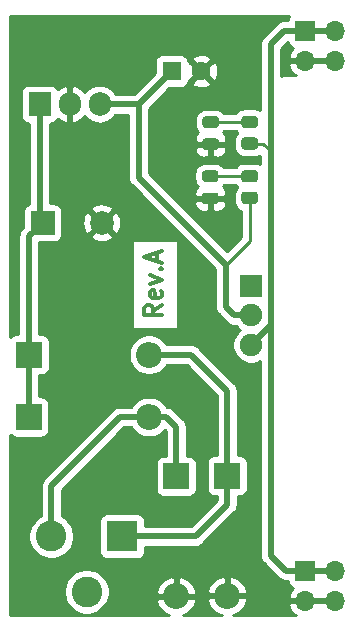
<source format=gtl>
%TF.GenerationSoftware,KiCad,Pcbnew,(5.1.10-1-10_14)*%
%TF.CreationDate,2021-10-22T00:21:01+02:00*%
%TF.ProjectId,breadboard-psu,62726561-6462-46f6-9172-642d7073752e,a*%
%TF.SameCoordinates,Original*%
%TF.FileFunction,Copper,L1,Top*%
%TF.FilePolarity,Positive*%
%FSLAX46Y46*%
G04 Gerber Fmt 4.6, Leading zero omitted, Abs format (unit mm)*
G04 Created by KiCad (PCBNEW (5.1.10-1-10_14)) date 2021-10-22 00:21:01*
%MOMM*%
%LPD*%
G01*
G04 APERTURE LIST*
%TA.AperFunction,NonConductor*%
%ADD10C,0.300000*%
%TD*%
%TA.AperFunction,ComponentPad*%
%ADD11C,1.900000*%
%TD*%
%TA.AperFunction,ComponentPad*%
%ADD12R,1.900000X1.900000*%
%TD*%
%TA.AperFunction,ComponentPad*%
%ADD13R,2.000000X2.000000*%
%TD*%
%TA.AperFunction,ComponentPad*%
%ADD14C,2.000000*%
%TD*%
%TA.AperFunction,ComponentPad*%
%ADD15R,1.600000X1.600000*%
%TD*%
%TA.AperFunction,ComponentPad*%
%ADD16C,1.600000*%
%TD*%
%TA.AperFunction,ComponentPad*%
%ADD17R,2.200000X2.200000*%
%TD*%
%TA.AperFunction,ComponentPad*%
%ADD18O,2.200000X2.200000*%
%TD*%
%TA.AperFunction,ComponentPad*%
%ADD19R,2.600000X2.600000*%
%TD*%
%TA.AperFunction,ComponentPad*%
%ADD20C,2.600000*%
%TD*%
%TA.AperFunction,ComponentPad*%
%ADD21R,1.700000X1.700000*%
%TD*%
%TA.AperFunction,ComponentPad*%
%ADD22O,1.700000X1.700000*%
%TD*%
%TA.AperFunction,ComponentPad*%
%ADD23R,1.905000X2.000000*%
%TD*%
%TA.AperFunction,ComponentPad*%
%ADD24O,1.905000X2.000000*%
%TD*%
%TA.AperFunction,Conductor*%
%ADD25C,0.500000*%
%TD*%
%TA.AperFunction,Conductor*%
%ADD26C,0.300000*%
%TD*%
%TA.AperFunction,Conductor*%
%ADD27C,0.250000*%
%TD*%
%TA.AperFunction,Conductor*%
%ADD28C,0.254000*%
%TD*%
%TA.AperFunction,Conductor*%
%ADD29C,0.100000*%
%TD*%
G04 APERTURE END LIST*
D10*
X102405571Y-88618000D02*
X101691285Y-89118000D01*
X102405571Y-89475142D02*
X100905571Y-89475142D01*
X100905571Y-88903714D01*
X100977000Y-88760857D01*
X101048428Y-88689428D01*
X101191285Y-88618000D01*
X101405571Y-88618000D01*
X101548428Y-88689428D01*
X101619857Y-88760857D01*
X101691285Y-88903714D01*
X101691285Y-89475142D01*
X102334142Y-87403714D02*
X102405571Y-87546571D01*
X102405571Y-87832285D01*
X102334142Y-87975142D01*
X102191285Y-88046571D01*
X101619857Y-88046571D01*
X101477000Y-87975142D01*
X101405571Y-87832285D01*
X101405571Y-87546571D01*
X101477000Y-87403714D01*
X101619857Y-87332285D01*
X101762714Y-87332285D01*
X101905571Y-88046571D01*
X101405571Y-86832285D02*
X102405571Y-86475142D01*
X101405571Y-86118000D01*
X102262714Y-85546571D02*
X102334142Y-85475142D01*
X102405571Y-85546571D01*
X102334142Y-85618000D01*
X102262714Y-85546571D01*
X102405571Y-85546571D01*
X101977000Y-84903714D02*
X101977000Y-84189428D01*
X102405571Y-85046571D02*
X100905571Y-84546571D01*
X102405571Y-84046571D01*
D11*
%TO.P,SW1,3*%
%TO.N,/VCC*%
X109982000Y-91995000D03*
%TO.P,SW1,2*%
%TO.N,/VOUT*%
X109982000Y-89495000D03*
D12*
%TO.P,SW1,1*%
%TO.N,Net-(SW1-Pad1)*%
X109982000Y-86995000D03*
%TD*%
D13*
%TO.P,C1,1*%
%TO.N,/VIN*%
X92329000Y-81661000D03*
D14*
%TO.P,C1,2*%
%TO.N,/GND*%
X97329000Y-81661000D03*
%TD*%
D15*
%TO.P,C2,1*%
%TO.N,/VOUT*%
X103251000Y-68834000D03*
D16*
%TO.P,C2,2*%
%TO.N,/GND*%
X105751000Y-68834000D03*
%TD*%
D17*
%TO.P,D1,1*%
%TO.N,/VIN*%
X91186000Y-92837000D03*
D18*
%TO.P,D1,2*%
%TO.N,/IN+*%
X101346000Y-92837000D03*
%TD*%
D17*
%TO.P,D2,1*%
%TO.N,/IN+*%
X107950000Y-103079001D03*
D18*
%TO.P,D2,2*%
%TO.N,/GND*%
X107950000Y-113239001D03*
%TD*%
%TO.P,D3,2*%
%TO.N,/IN-*%
X101324001Y-98109001D03*
D17*
%TO.P,D3,1*%
%TO.N,/VIN*%
X91164001Y-98109001D03*
%TD*%
D18*
%TO.P,D4,2*%
%TO.N,/GND*%
X103632000Y-113284000D03*
D17*
%TO.P,D4,1*%
%TO.N,/IN-*%
X103632000Y-103124000D03*
%TD*%
%TO.P,D5,1*%
%TO.N,/GND*%
%TA.AperFunction,SMDPad,CuDef*%
G36*
G01*
X106974251Y-80082999D02*
X106061751Y-80082999D01*
G75*
G02*
X105818001Y-79839249I0J243750D01*
G01*
X105818001Y-79351749D01*
G75*
G02*
X106061751Y-79107999I243750J0D01*
G01*
X106974251Y-79107999D01*
G75*
G02*
X107218001Y-79351749I0J-243750D01*
G01*
X107218001Y-79839249D01*
G75*
G02*
X106974251Y-80082999I-243750J0D01*
G01*
G37*
%TD.AperFunction*%
%TO.P,D5,2*%
%TO.N,Net-(D5-Pad2)*%
%TA.AperFunction,SMDPad,CuDef*%
G36*
G01*
X106974251Y-78207999D02*
X106061751Y-78207999D01*
G75*
G02*
X105818001Y-77964249I0J243750D01*
G01*
X105818001Y-77476749D01*
G75*
G02*
X106061751Y-77232999I243750J0D01*
G01*
X106974251Y-77232999D01*
G75*
G02*
X107218001Y-77476749I0J-243750D01*
G01*
X107218001Y-77964249D01*
G75*
G02*
X106974251Y-78207999I-243750J0D01*
G01*
G37*
%TD.AperFunction*%
%TD*%
%TO.P,D6,2*%
%TO.N,Net-(D6-Pad2)*%
%TA.AperFunction,SMDPad,CuDef*%
G36*
G01*
X107013251Y-73625999D02*
X106100751Y-73625999D01*
G75*
G02*
X105857001Y-73382249I0J243750D01*
G01*
X105857001Y-72894749D01*
G75*
G02*
X106100751Y-72650999I243750J0D01*
G01*
X107013251Y-72650999D01*
G75*
G02*
X107257001Y-72894749I0J-243750D01*
G01*
X107257001Y-73382249D01*
G75*
G02*
X107013251Y-73625999I-243750J0D01*
G01*
G37*
%TD.AperFunction*%
%TO.P,D6,1*%
%TO.N,/GND*%
%TA.AperFunction,SMDPad,CuDef*%
G36*
G01*
X107013251Y-75500999D02*
X106100751Y-75500999D01*
G75*
G02*
X105857001Y-75257249I0J243750D01*
G01*
X105857001Y-74769749D01*
G75*
G02*
X106100751Y-74525999I243750J0D01*
G01*
X107013251Y-74525999D01*
G75*
G02*
X107257001Y-74769749I0J-243750D01*
G01*
X107257001Y-75257249D01*
G75*
G02*
X107013251Y-75500999I-243750J0D01*
G01*
G37*
%TD.AperFunction*%
%TD*%
D19*
%TO.P,J1,1*%
%TO.N,/IN+*%
X99060000Y-108204000D03*
D20*
%TO.P,J1,2*%
%TO.N,/IN-*%
X93060000Y-108204000D03*
%TO.P,J1,3*%
%TO.N,Net-(J1-Pad3)*%
X96060000Y-112904000D03*
%TD*%
D21*
%TO.P,J2,1*%
%TO.N,/VCC*%
X114554000Y-111125000D03*
D22*
%TO.P,J2,2*%
X117094000Y-111125000D03*
%TO.P,J2,3*%
%TO.N,/GND*%
X114554000Y-113665000D03*
%TO.P,J2,4*%
X117094000Y-113665000D03*
%TD*%
%TO.P,J3,4*%
%TO.N,/GND*%
X117094000Y-67945000D03*
%TO.P,J3,3*%
X114554000Y-67945000D03*
%TO.P,J3,2*%
%TO.N,/VCC*%
X117094000Y-65405000D03*
D21*
%TO.P,J3,1*%
X114554000Y-65405000D03*
%TD*%
%TO.P,R1,1*%
%TO.N,/VOUT*%
%TA.AperFunction,SMDPad,CuDef*%
G36*
G01*
X110305001Y-80061500D02*
X109404999Y-80061500D01*
G75*
G02*
X109155000Y-79811501I0J249999D01*
G01*
X109155000Y-79286499D01*
G75*
G02*
X109404999Y-79036500I249999J0D01*
G01*
X110305001Y-79036500D01*
G75*
G02*
X110555000Y-79286499I0J-249999D01*
G01*
X110555000Y-79811501D01*
G75*
G02*
X110305001Y-80061500I-249999J0D01*
G01*
G37*
%TD.AperFunction*%
%TO.P,R1,2*%
%TO.N,Net-(D5-Pad2)*%
%TA.AperFunction,SMDPad,CuDef*%
G36*
G01*
X110305001Y-78236500D02*
X109404999Y-78236500D01*
G75*
G02*
X109155000Y-77986501I0J249999D01*
G01*
X109155000Y-77461499D01*
G75*
G02*
X109404999Y-77211500I249999J0D01*
G01*
X110305001Y-77211500D01*
G75*
G02*
X110555000Y-77461499I0J-249999D01*
G01*
X110555000Y-77986501D01*
G75*
G02*
X110305001Y-78236500I-249999J0D01*
G01*
G37*
%TD.AperFunction*%
%TD*%
%TO.P,R2,2*%
%TO.N,Net-(D6-Pad2)*%
%TA.AperFunction,SMDPad,CuDef*%
G36*
G01*
X110305001Y-73641000D02*
X109404999Y-73641000D01*
G75*
G02*
X109155000Y-73391001I0J249999D01*
G01*
X109155000Y-72865999D01*
G75*
G02*
X109404999Y-72616000I249999J0D01*
G01*
X110305001Y-72616000D01*
G75*
G02*
X110555000Y-72865999I0J-249999D01*
G01*
X110555000Y-73391001D01*
G75*
G02*
X110305001Y-73641000I-249999J0D01*
G01*
G37*
%TD.AperFunction*%
%TO.P,R2,1*%
%TO.N,/VCC*%
%TA.AperFunction,SMDPad,CuDef*%
G36*
G01*
X110305001Y-75466000D02*
X109404999Y-75466000D01*
G75*
G02*
X109155000Y-75216001I0J249999D01*
G01*
X109155000Y-74690999D01*
G75*
G02*
X109404999Y-74441000I249999J0D01*
G01*
X110305001Y-74441000D01*
G75*
G02*
X110555000Y-74690999I0J-249999D01*
G01*
X110555000Y-75216001D01*
G75*
G02*
X110305001Y-75466000I-249999J0D01*
G01*
G37*
%TD.AperFunction*%
%TD*%
D23*
%TO.P,U1,1*%
%TO.N,/VIN*%
X92075000Y-71628000D03*
D24*
%TO.P,U1,2*%
%TO.N,/GND*%
X94615000Y-71628000D03*
%TO.P,U1,3*%
%TO.N,/VOUT*%
X97155000Y-71628000D03*
%TD*%
D25*
%TO.N,/VIN*%
X91164001Y-82825999D02*
X92329000Y-81661000D01*
X91164001Y-98109001D02*
X91164001Y-82825999D01*
D26*
X92075000Y-81407000D02*
X92329000Y-81661000D01*
D25*
X92075000Y-71628000D02*
X92075000Y-81407000D01*
%TO.N,/VOUT*%
X107823000Y-85217000D02*
X107823000Y-88773000D01*
D27*
X109855000Y-83185000D02*
X107823000Y-85217000D01*
D25*
X108545000Y-89495000D02*
X109982000Y-89495000D01*
X107823000Y-88773000D02*
X108545000Y-89495000D01*
D27*
X109855000Y-79549000D02*
X109855000Y-83185000D01*
D25*
X100457000Y-71628000D02*
X103251000Y-68834000D01*
X97155000Y-71628000D02*
X100457000Y-71628000D01*
X100457000Y-77851000D02*
X107823000Y-85217000D01*
X100457000Y-71628000D02*
X100457000Y-77851000D01*
%TO.N,/IN+*%
X101346000Y-92837000D02*
X104902000Y-92837000D01*
X104648000Y-108204000D02*
X105283000Y-108204000D01*
X104648000Y-108204000D02*
X99060000Y-108204000D01*
X107950000Y-105537000D02*
X107950000Y-103079001D01*
X105283000Y-108204000D02*
X107950000Y-105537000D01*
X107950000Y-95885000D02*
X107124500Y-95059500D01*
X107950000Y-103079001D02*
X107950000Y-95885000D01*
X104902000Y-92837000D02*
X107124500Y-95059500D01*
%TO.N,/IN-*%
X93060000Y-108204000D02*
X93060000Y-103917000D01*
X98867999Y-98109001D02*
X101324001Y-98109001D01*
X93060000Y-103917000D02*
X98867999Y-98109001D01*
X101324001Y-98109001D02*
X102808001Y-98109001D01*
X103632000Y-98933000D02*
X103632000Y-103124000D01*
X102808001Y-98109001D02*
X103632000Y-98933000D01*
D27*
%TO.N,Net-(D5-Pad2)*%
X109851499Y-77720499D02*
X109855000Y-77724000D01*
X106518001Y-77720499D02*
X109851499Y-77720499D01*
%TO.N,Net-(D6-Pad2)*%
X109845001Y-73138499D02*
X109855000Y-73128500D01*
X106557001Y-73138499D02*
X109845001Y-73138499D01*
D25*
%TO.N,/VCC*%
X109982000Y-91995000D02*
X111633000Y-90344000D01*
X111633000Y-90344000D02*
X111633000Y-75565000D01*
D27*
X111021500Y-74953500D02*
X109855000Y-74953500D01*
X111633000Y-75565000D02*
X111021500Y-74953500D01*
D25*
X111633000Y-75565000D02*
X111633000Y-66548000D01*
X112776000Y-65405000D02*
X117094000Y-65405000D01*
X111633000Y-66548000D02*
X112776000Y-65405000D01*
X111633000Y-90344000D02*
X111633000Y-109855000D01*
X112903000Y-111125000D02*
X117094000Y-111125000D01*
X111633000Y-109855000D02*
X112903000Y-111125000D01*
%TD*%
D28*
%TO.N,/GND*%
X113173463Y-64200506D02*
X113114498Y-64310820D01*
X113078188Y-64430518D01*
X113069375Y-64520000D01*
X112819465Y-64520000D01*
X112775999Y-64515719D01*
X112732533Y-64520000D01*
X112732523Y-64520000D01*
X112602510Y-64532805D01*
X112435687Y-64583411D01*
X112281941Y-64665589D01*
X112281939Y-64665590D01*
X112281940Y-64665590D01*
X112180953Y-64748468D01*
X112180951Y-64748470D01*
X112147183Y-64776183D01*
X112119470Y-64809951D01*
X111037951Y-65891471D01*
X111004184Y-65919183D01*
X110976471Y-65952951D01*
X110976468Y-65952954D01*
X110893590Y-66053941D01*
X110811412Y-66207687D01*
X110760805Y-66374510D01*
X110743719Y-66548000D01*
X110748001Y-66591479D01*
X110748000Y-72100663D01*
X110644851Y-72045528D01*
X110478255Y-71994992D01*
X110305001Y-71977928D01*
X109404999Y-71977928D01*
X109231745Y-71994992D01*
X109065149Y-72045528D01*
X108911613Y-72127595D01*
X108777038Y-72238038D01*
X108666595Y-72372613D01*
X108663449Y-72378499D01*
X107724846Y-72378499D01*
X107636793Y-72271207D01*
X107503165Y-72161541D01*
X107350710Y-72080052D01*
X107185286Y-72029871D01*
X107013251Y-72012927D01*
X106100751Y-72012927D01*
X105928716Y-72029871D01*
X105763292Y-72080052D01*
X105610837Y-72161541D01*
X105477209Y-72271207D01*
X105367543Y-72404835D01*
X105286054Y-72557290D01*
X105235873Y-72722714D01*
X105218929Y-72894749D01*
X105218929Y-73382249D01*
X105235873Y-73554284D01*
X105286054Y-73719708D01*
X105367543Y-73872163D01*
X105477209Y-74005791D01*
X105483565Y-74011007D01*
X105405816Y-74074814D01*
X105326464Y-74171505D01*
X105267499Y-74281819D01*
X105231189Y-74401517D01*
X105218929Y-74525999D01*
X105222001Y-74727749D01*
X105380751Y-74886499D01*
X106430001Y-74886499D01*
X106430001Y-74866499D01*
X106684001Y-74866499D01*
X106684001Y-74886499D01*
X107733251Y-74886499D01*
X107892001Y-74727749D01*
X107895073Y-74525999D01*
X107882813Y-74401517D01*
X107846503Y-74281819D01*
X107787538Y-74171505D01*
X107708186Y-74074814D01*
X107630437Y-74011007D01*
X107636793Y-74005791D01*
X107724846Y-73898499D01*
X108678176Y-73898499D01*
X108777038Y-74018962D01*
X108803891Y-74041000D01*
X108777038Y-74063038D01*
X108666595Y-74197613D01*
X108584528Y-74351149D01*
X108533992Y-74517745D01*
X108516928Y-74690999D01*
X108516928Y-75216001D01*
X108533992Y-75389255D01*
X108584528Y-75555851D01*
X108666595Y-75709387D01*
X108777038Y-75843962D01*
X108911613Y-75954405D01*
X109065149Y-76036472D01*
X109231745Y-76087008D01*
X109404999Y-76104072D01*
X110305001Y-76104072D01*
X110478255Y-76087008D01*
X110644851Y-76036472D01*
X110748001Y-75981337D01*
X110748001Y-76696163D01*
X110644851Y-76641028D01*
X110478255Y-76590492D01*
X110305001Y-76573428D01*
X109404999Y-76573428D01*
X109231745Y-76590492D01*
X109065149Y-76641028D01*
X108911613Y-76723095D01*
X108777038Y-76833538D01*
X108672844Y-76960499D01*
X107685846Y-76960499D01*
X107597793Y-76853207D01*
X107464165Y-76743541D01*
X107311710Y-76662052D01*
X107146286Y-76611871D01*
X106974251Y-76594927D01*
X106061751Y-76594927D01*
X105889716Y-76611871D01*
X105724292Y-76662052D01*
X105571837Y-76743541D01*
X105438209Y-76853207D01*
X105328543Y-76986835D01*
X105247054Y-77139290D01*
X105196873Y-77304714D01*
X105179929Y-77476749D01*
X105179929Y-77964249D01*
X105196873Y-78136284D01*
X105247054Y-78301708D01*
X105328543Y-78454163D01*
X105438209Y-78587791D01*
X105444565Y-78593007D01*
X105366816Y-78656814D01*
X105287464Y-78753505D01*
X105228499Y-78863819D01*
X105192189Y-78983517D01*
X105179929Y-79107999D01*
X105183001Y-79309749D01*
X105341751Y-79468499D01*
X106391001Y-79468499D01*
X106391001Y-79448499D01*
X106645001Y-79448499D01*
X106645001Y-79468499D01*
X107694251Y-79468499D01*
X107853001Y-79309749D01*
X107856073Y-79107999D01*
X107843813Y-78983517D01*
X107807503Y-78863819D01*
X107748538Y-78753505D01*
X107669186Y-78656814D01*
X107591437Y-78593007D01*
X107597793Y-78587791D01*
X107685846Y-78480499D01*
X108667097Y-78480499D01*
X108777038Y-78614462D01*
X108803891Y-78636500D01*
X108777038Y-78658538D01*
X108666595Y-78793113D01*
X108584528Y-78946649D01*
X108533992Y-79113245D01*
X108516928Y-79286499D01*
X108516928Y-79811501D01*
X108533992Y-79984755D01*
X108584528Y-80151351D01*
X108666595Y-80304887D01*
X108777038Y-80439462D01*
X108911613Y-80549905D01*
X109065149Y-80631972D01*
X109095000Y-80641027D01*
X109095001Y-82870197D01*
X107911389Y-84053810D01*
X103940578Y-80082999D01*
X105179929Y-80082999D01*
X105192189Y-80207481D01*
X105228499Y-80327179D01*
X105287464Y-80437493D01*
X105366816Y-80534184D01*
X105463507Y-80613536D01*
X105573821Y-80672501D01*
X105693519Y-80708811D01*
X105818001Y-80721071D01*
X106232251Y-80717999D01*
X106391001Y-80559249D01*
X106391001Y-79722499D01*
X106645001Y-79722499D01*
X106645001Y-80559249D01*
X106803751Y-80717999D01*
X107218001Y-80721071D01*
X107342483Y-80708811D01*
X107462181Y-80672501D01*
X107572495Y-80613536D01*
X107669186Y-80534184D01*
X107748538Y-80437493D01*
X107807503Y-80327179D01*
X107843813Y-80207481D01*
X107856073Y-80082999D01*
X107853001Y-79881249D01*
X107694251Y-79722499D01*
X106645001Y-79722499D01*
X106391001Y-79722499D01*
X105341751Y-79722499D01*
X105183001Y-79881249D01*
X105179929Y-80082999D01*
X103940578Y-80082999D01*
X101342000Y-77484422D01*
X101342000Y-75500999D01*
X105218929Y-75500999D01*
X105231189Y-75625481D01*
X105267499Y-75745179D01*
X105326464Y-75855493D01*
X105405816Y-75952184D01*
X105502507Y-76031536D01*
X105612821Y-76090501D01*
X105732519Y-76126811D01*
X105857001Y-76139071D01*
X106271251Y-76135999D01*
X106430001Y-75977249D01*
X106430001Y-75140499D01*
X106684001Y-75140499D01*
X106684001Y-75977249D01*
X106842751Y-76135999D01*
X107257001Y-76139071D01*
X107381483Y-76126811D01*
X107501181Y-76090501D01*
X107611495Y-76031536D01*
X107708186Y-75952184D01*
X107787538Y-75855493D01*
X107846503Y-75745179D01*
X107882813Y-75625481D01*
X107895073Y-75500999D01*
X107892001Y-75299249D01*
X107733251Y-75140499D01*
X106684001Y-75140499D01*
X106430001Y-75140499D01*
X105380751Y-75140499D01*
X105222001Y-75299249D01*
X105218929Y-75500999D01*
X101342000Y-75500999D01*
X101342000Y-71994578D01*
X103064507Y-70272072D01*
X104051000Y-70272072D01*
X104175482Y-70259812D01*
X104295180Y-70223502D01*
X104405494Y-70164537D01*
X104502185Y-70085185D01*
X104581537Y-69988494D01*
X104640502Y-69878180D01*
X104656117Y-69826702D01*
X104937903Y-69826702D01*
X105009486Y-70070671D01*
X105264996Y-70191571D01*
X105539184Y-70260300D01*
X105821512Y-70274217D01*
X106101130Y-70232787D01*
X106367292Y-70137603D01*
X106492514Y-70070671D01*
X106564097Y-69826702D01*
X105751000Y-69013605D01*
X104937903Y-69826702D01*
X104656117Y-69826702D01*
X104676812Y-69758482D01*
X104689072Y-69634000D01*
X104689072Y-69626785D01*
X104758298Y-69647097D01*
X105571395Y-68834000D01*
X105930605Y-68834000D01*
X106743702Y-69647097D01*
X106987671Y-69575514D01*
X107108571Y-69320004D01*
X107177300Y-69045816D01*
X107191217Y-68763488D01*
X107149787Y-68483870D01*
X107054603Y-68217708D01*
X106987671Y-68092486D01*
X106743702Y-68020903D01*
X105930605Y-68834000D01*
X105571395Y-68834000D01*
X104758298Y-68020903D01*
X104689072Y-68041215D01*
X104689072Y-68034000D01*
X104676812Y-67909518D01*
X104656118Y-67841298D01*
X104937903Y-67841298D01*
X105751000Y-68654395D01*
X106564097Y-67841298D01*
X106492514Y-67597329D01*
X106237004Y-67476429D01*
X105962816Y-67407700D01*
X105680488Y-67393783D01*
X105400870Y-67435213D01*
X105134708Y-67530397D01*
X105009486Y-67597329D01*
X104937903Y-67841298D01*
X104656118Y-67841298D01*
X104640502Y-67789820D01*
X104581537Y-67679506D01*
X104502185Y-67582815D01*
X104405494Y-67503463D01*
X104295180Y-67444498D01*
X104175482Y-67408188D01*
X104051000Y-67395928D01*
X102451000Y-67395928D01*
X102326518Y-67408188D01*
X102206820Y-67444498D01*
X102096506Y-67503463D01*
X101999815Y-67582815D01*
X101920463Y-67679506D01*
X101861498Y-67789820D01*
X101825188Y-67909518D01*
X101812928Y-68034000D01*
X101812928Y-69020493D01*
X100090422Y-70743000D01*
X98507394Y-70743000D01*
X98481345Y-70694265D01*
X98282963Y-70452537D01*
X98041234Y-70254155D01*
X97765448Y-70106745D01*
X97466203Y-70015970D01*
X97155000Y-69985319D01*
X96843796Y-70015970D01*
X96544551Y-70106745D01*
X96268765Y-70254155D01*
X96027037Y-70452537D01*
X95879838Y-70631900D01*
X95724437Y-70446685D01*
X95481923Y-70252031D01*
X95206094Y-70108429D01*
X94987980Y-70037437D01*
X94742000Y-70157406D01*
X94742000Y-71501000D01*
X94762000Y-71501000D01*
X94762000Y-71755000D01*
X94742000Y-71755000D01*
X94742000Y-73098594D01*
X94987980Y-73218563D01*
X95206094Y-73147571D01*
X95481923Y-73003969D01*
X95724437Y-72809315D01*
X95879837Y-72624101D01*
X96027037Y-72803463D01*
X96268766Y-73001845D01*
X96544552Y-73149255D01*
X96843797Y-73240030D01*
X97155000Y-73270681D01*
X97466204Y-73240030D01*
X97765449Y-73149255D01*
X98041235Y-73001845D01*
X98282963Y-72803463D01*
X98481345Y-72561734D01*
X98507394Y-72513000D01*
X99572000Y-72513000D01*
X99572001Y-77807521D01*
X99567719Y-77851000D01*
X99584805Y-78024490D01*
X99635412Y-78191313D01*
X99717590Y-78345059D01*
X99800468Y-78446046D01*
X99800471Y-78446049D01*
X99828184Y-78479817D01*
X99861952Y-78507530D01*
X106938000Y-85583579D01*
X106938001Y-88729521D01*
X106933719Y-88773000D01*
X106950805Y-88946490D01*
X107001412Y-89113313D01*
X107083590Y-89267059D01*
X107166468Y-89368046D01*
X107166471Y-89368049D01*
X107194184Y-89401817D01*
X107227951Y-89429529D01*
X107888470Y-90090049D01*
X107916183Y-90123817D01*
X107949951Y-90151530D01*
X107949953Y-90151532D01*
X107973078Y-90170510D01*
X108050941Y-90234411D01*
X108204687Y-90316589D01*
X108371510Y-90367195D01*
X108501523Y-90380000D01*
X108501533Y-90380000D01*
X108544999Y-90384281D01*
X108588465Y-90380000D01*
X108667075Y-90380000D01*
X108750850Y-90505379D01*
X108971621Y-90726150D01*
X108999832Y-90745000D01*
X108971621Y-90763850D01*
X108750850Y-90984621D01*
X108577391Y-91244221D01*
X108457911Y-91532673D01*
X108397000Y-91838891D01*
X108397000Y-92151109D01*
X108457911Y-92457327D01*
X108577391Y-92745779D01*
X108750850Y-93005379D01*
X108971621Y-93226150D01*
X109231221Y-93399609D01*
X109519673Y-93519089D01*
X109825891Y-93580000D01*
X110138109Y-93580000D01*
X110444327Y-93519089D01*
X110732779Y-93399609D01*
X110748000Y-93389439D01*
X110748001Y-109811521D01*
X110743719Y-109855000D01*
X110760805Y-110028490D01*
X110811412Y-110195313D01*
X110893590Y-110349059D01*
X110976468Y-110450046D01*
X110976471Y-110450049D01*
X111004184Y-110483817D01*
X111037951Y-110511529D01*
X112246470Y-111720049D01*
X112274183Y-111753817D01*
X112307951Y-111781530D01*
X112307953Y-111781532D01*
X112365075Y-111828411D01*
X112408941Y-111864411D01*
X112562687Y-111946589D01*
X112729510Y-111997195D01*
X112859523Y-112010000D01*
X112859533Y-112010000D01*
X112902999Y-112014281D01*
X112946465Y-112010000D01*
X113069375Y-112010000D01*
X113078188Y-112099482D01*
X113114498Y-112219180D01*
X113173463Y-112329494D01*
X113252815Y-112426185D01*
X113349506Y-112505537D01*
X113459820Y-112564502D01*
X113540466Y-112588966D01*
X113456412Y-112664731D01*
X113282359Y-112898080D01*
X113157175Y-113160901D01*
X113112524Y-113308110D01*
X113233845Y-113538000D01*
X114427000Y-113538000D01*
X114427000Y-113518000D01*
X114681000Y-113518000D01*
X114681000Y-113538000D01*
X116967000Y-113538000D01*
X116967000Y-113518000D01*
X117221000Y-113518000D01*
X117221000Y-113538000D01*
X117241000Y-113538000D01*
X117241000Y-113792000D01*
X117221000Y-113792000D01*
X117221000Y-113812000D01*
X116967000Y-113812000D01*
X116967000Y-113792000D01*
X114681000Y-113792000D01*
X114681000Y-113812000D01*
X114427000Y-113812000D01*
X114427000Y-113792000D01*
X113233845Y-113792000D01*
X113112524Y-114021890D01*
X113157175Y-114169099D01*
X113282359Y-114431920D01*
X113456412Y-114665269D01*
X113672645Y-114860178D01*
X113756285Y-114910000D01*
X108406044Y-114910000D01*
X108559094Y-114863576D01*
X108864329Y-114713532D01*
X109134427Y-114506823D01*
X109359008Y-114251392D01*
X109529442Y-113957055D01*
X109639179Y-113635124D01*
X109521600Y-113366001D01*
X108077000Y-113366001D01*
X108077000Y-113386001D01*
X107823000Y-113386001D01*
X107823000Y-113366001D01*
X106378400Y-113366001D01*
X106260821Y-113635124D01*
X106370558Y-113957055D01*
X106540992Y-114251392D01*
X106765573Y-114506823D01*
X107035671Y-114713532D01*
X107340906Y-114863576D01*
X107493956Y-114910000D01*
X104236396Y-114910000D01*
X104241094Y-114908575D01*
X104546329Y-114758531D01*
X104816427Y-114551822D01*
X105041008Y-114296391D01*
X105211442Y-114002054D01*
X105321179Y-113680123D01*
X105203600Y-113411000D01*
X103759000Y-113411000D01*
X103759000Y-113431000D01*
X103505000Y-113431000D01*
X103505000Y-113411000D01*
X102060400Y-113411000D01*
X101942821Y-113680123D01*
X102052558Y-114002054D01*
X102222992Y-114296391D01*
X102447573Y-114551822D01*
X102717671Y-114758531D01*
X103022906Y-114908575D01*
X103027604Y-114910000D01*
X89560000Y-114910000D01*
X89560000Y-112713419D01*
X94125000Y-112713419D01*
X94125000Y-113094581D01*
X94199361Y-113468419D01*
X94345225Y-113820566D01*
X94556987Y-114137491D01*
X94826509Y-114407013D01*
X95143434Y-114618775D01*
X95495581Y-114764639D01*
X95869419Y-114839000D01*
X96250581Y-114839000D01*
X96624419Y-114764639D01*
X96976566Y-114618775D01*
X97293491Y-114407013D01*
X97563013Y-114137491D01*
X97774775Y-113820566D01*
X97920639Y-113468419D01*
X97995000Y-113094581D01*
X97995000Y-112887877D01*
X101942821Y-112887877D01*
X102060400Y-113157000D01*
X103505000Y-113157000D01*
X103505000Y-111712875D01*
X103759000Y-111712875D01*
X103759000Y-113157000D01*
X105203600Y-113157000D01*
X105321179Y-112887877D01*
X105305841Y-112842878D01*
X106260821Y-112842878D01*
X106378400Y-113112001D01*
X107823000Y-113112001D01*
X107823000Y-111667876D01*
X108077000Y-111667876D01*
X108077000Y-113112001D01*
X109521600Y-113112001D01*
X109639179Y-112842878D01*
X109529442Y-112520947D01*
X109359008Y-112226610D01*
X109134427Y-111971179D01*
X108864329Y-111764470D01*
X108559094Y-111614426D01*
X108346122Y-111549826D01*
X108077000Y-111667876D01*
X107823000Y-111667876D01*
X107553878Y-111549826D01*
X107340906Y-111614426D01*
X107035671Y-111764470D01*
X106765573Y-111971179D01*
X106540992Y-112226610D01*
X106370558Y-112520947D01*
X106260821Y-112842878D01*
X105305841Y-112842878D01*
X105211442Y-112565946D01*
X105041008Y-112271609D01*
X104816427Y-112016178D01*
X104546329Y-111809469D01*
X104241094Y-111659425D01*
X104028122Y-111594825D01*
X103759000Y-111712875D01*
X103505000Y-111712875D01*
X103235878Y-111594825D01*
X103022906Y-111659425D01*
X102717671Y-111809469D01*
X102447573Y-112016178D01*
X102222992Y-112271609D01*
X102052558Y-112565946D01*
X101942821Y-112887877D01*
X97995000Y-112887877D01*
X97995000Y-112713419D01*
X97920639Y-112339581D01*
X97774775Y-111987434D01*
X97563013Y-111670509D01*
X97293491Y-111400987D01*
X96976566Y-111189225D01*
X96624419Y-111043361D01*
X96250581Y-110969000D01*
X95869419Y-110969000D01*
X95495581Y-111043361D01*
X95143434Y-111189225D01*
X94826509Y-111400987D01*
X94556987Y-111670509D01*
X94345225Y-111987434D01*
X94199361Y-112339581D01*
X94125000Y-112713419D01*
X89560000Y-112713419D01*
X89560000Y-108013419D01*
X91125000Y-108013419D01*
X91125000Y-108394581D01*
X91199361Y-108768419D01*
X91345225Y-109120566D01*
X91556987Y-109437491D01*
X91826509Y-109707013D01*
X92143434Y-109918775D01*
X92495581Y-110064639D01*
X92869419Y-110139000D01*
X93250581Y-110139000D01*
X93624419Y-110064639D01*
X93976566Y-109918775D01*
X94293491Y-109707013D01*
X94563013Y-109437491D01*
X94774775Y-109120566D01*
X94920639Y-108768419D01*
X94995000Y-108394581D01*
X94995000Y-108013419D01*
X94920639Y-107639581D01*
X94774775Y-107287434D01*
X94563013Y-106970509D01*
X94496504Y-106904000D01*
X97121928Y-106904000D01*
X97121928Y-109504000D01*
X97134188Y-109628482D01*
X97170498Y-109748180D01*
X97229463Y-109858494D01*
X97308815Y-109955185D01*
X97405506Y-110034537D01*
X97515820Y-110093502D01*
X97635518Y-110129812D01*
X97760000Y-110142072D01*
X100360000Y-110142072D01*
X100484482Y-110129812D01*
X100604180Y-110093502D01*
X100714494Y-110034537D01*
X100811185Y-109955185D01*
X100890537Y-109858494D01*
X100949502Y-109748180D01*
X100985812Y-109628482D01*
X100998072Y-109504000D01*
X100998072Y-109089000D01*
X105239531Y-109089000D01*
X105283000Y-109093281D01*
X105326469Y-109089000D01*
X105326477Y-109089000D01*
X105456490Y-109076195D01*
X105623313Y-109025589D01*
X105777059Y-108943411D01*
X105911817Y-108832817D01*
X105939534Y-108799044D01*
X108545050Y-106193529D01*
X108578817Y-106165817D01*
X108689411Y-106031059D01*
X108689412Y-106031058D01*
X108771589Y-105877314D01*
X108822195Y-105710490D01*
X108822195Y-105710489D01*
X108835000Y-105580477D01*
X108835000Y-105580469D01*
X108839281Y-105537000D01*
X108835000Y-105493531D01*
X108835000Y-104817073D01*
X109050000Y-104817073D01*
X109174482Y-104804813D01*
X109294180Y-104768503D01*
X109404494Y-104709538D01*
X109501185Y-104630186D01*
X109580537Y-104533495D01*
X109639502Y-104423181D01*
X109675812Y-104303483D01*
X109688072Y-104179001D01*
X109688072Y-101979001D01*
X109675812Y-101854519D01*
X109639502Y-101734821D01*
X109580537Y-101624507D01*
X109501185Y-101527816D01*
X109404494Y-101448464D01*
X109294180Y-101389499D01*
X109174482Y-101353189D01*
X109050000Y-101340929D01*
X108835000Y-101340929D01*
X108835000Y-95928465D01*
X108839281Y-95884999D01*
X108835000Y-95841533D01*
X108835000Y-95841523D01*
X108822195Y-95711510D01*
X108771589Y-95544687D01*
X108689411Y-95390941D01*
X108578817Y-95256183D01*
X108545049Y-95228470D01*
X107781036Y-94464458D01*
X107781032Y-94464453D01*
X105558534Y-92241956D01*
X105530817Y-92208183D01*
X105396059Y-92097589D01*
X105242313Y-92015411D01*
X105075490Y-91964805D01*
X104945477Y-91952000D01*
X104945469Y-91952000D01*
X104902000Y-91947719D01*
X104858531Y-91952000D01*
X102841329Y-91952000D01*
X102693663Y-91731002D01*
X102451998Y-91489337D01*
X102167831Y-91299463D01*
X101852081Y-91168675D01*
X101516883Y-91102000D01*
X101175117Y-91102000D01*
X100839919Y-91168675D01*
X100524169Y-91299463D01*
X100240002Y-91489337D01*
X99998337Y-91731002D01*
X99808463Y-92015169D01*
X99677675Y-92330919D01*
X99611000Y-92666117D01*
X99611000Y-93007883D01*
X99677675Y-93343081D01*
X99808463Y-93658831D01*
X99998337Y-93942998D01*
X100240002Y-94184663D01*
X100524169Y-94374537D01*
X100839919Y-94505325D01*
X101175117Y-94572000D01*
X101516883Y-94572000D01*
X101852081Y-94505325D01*
X102167831Y-94374537D01*
X102451998Y-94184663D01*
X102693663Y-93942998D01*
X102841329Y-93722000D01*
X104535422Y-93722000D01*
X106529453Y-95716032D01*
X106529458Y-95716036D01*
X107065001Y-96251580D01*
X107065000Y-101340929D01*
X106850000Y-101340929D01*
X106725518Y-101353189D01*
X106605820Y-101389499D01*
X106495506Y-101448464D01*
X106398815Y-101527816D01*
X106319463Y-101624507D01*
X106260498Y-101734821D01*
X106224188Y-101854519D01*
X106211928Y-101979001D01*
X106211928Y-104179001D01*
X106224188Y-104303483D01*
X106260498Y-104423181D01*
X106319463Y-104533495D01*
X106398815Y-104630186D01*
X106495506Y-104709538D01*
X106605820Y-104768503D01*
X106725518Y-104804813D01*
X106850000Y-104817073D01*
X107065000Y-104817073D01*
X107065000Y-105170421D01*
X104916422Y-107319000D01*
X100998072Y-107319000D01*
X100998072Y-106904000D01*
X100985812Y-106779518D01*
X100949502Y-106659820D01*
X100890537Y-106549506D01*
X100811185Y-106452815D01*
X100714494Y-106373463D01*
X100604180Y-106314498D01*
X100484482Y-106278188D01*
X100360000Y-106265928D01*
X97760000Y-106265928D01*
X97635518Y-106278188D01*
X97515820Y-106314498D01*
X97405506Y-106373463D01*
X97308815Y-106452815D01*
X97229463Y-106549506D01*
X97170498Y-106659820D01*
X97134188Y-106779518D01*
X97121928Y-106904000D01*
X94496504Y-106904000D01*
X94293491Y-106700987D01*
X93976566Y-106489225D01*
X93945000Y-106476150D01*
X93945000Y-104283578D01*
X99234578Y-98994001D01*
X99828672Y-98994001D01*
X99976338Y-99214999D01*
X100218003Y-99456664D01*
X100502170Y-99646538D01*
X100817920Y-99777326D01*
X101153118Y-99844001D01*
X101494884Y-99844001D01*
X101830082Y-99777326D01*
X102145832Y-99646538D01*
X102429999Y-99456664D01*
X102667042Y-99219621D01*
X102747000Y-99299579D01*
X102747001Y-101385928D01*
X102532000Y-101385928D01*
X102407518Y-101398188D01*
X102287820Y-101434498D01*
X102177506Y-101493463D01*
X102080815Y-101572815D01*
X102001463Y-101669506D01*
X101942498Y-101779820D01*
X101906188Y-101899518D01*
X101893928Y-102024000D01*
X101893928Y-104224000D01*
X101906188Y-104348482D01*
X101942498Y-104468180D01*
X102001463Y-104578494D01*
X102080815Y-104675185D01*
X102177506Y-104754537D01*
X102287820Y-104813502D01*
X102407518Y-104849812D01*
X102532000Y-104862072D01*
X104732000Y-104862072D01*
X104856482Y-104849812D01*
X104976180Y-104813502D01*
X105086494Y-104754537D01*
X105183185Y-104675185D01*
X105262537Y-104578494D01*
X105321502Y-104468180D01*
X105357812Y-104348482D01*
X105370072Y-104224000D01*
X105370072Y-102024000D01*
X105357812Y-101899518D01*
X105321502Y-101779820D01*
X105262537Y-101669506D01*
X105183185Y-101572815D01*
X105086494Y-101493463D01*
X104976180Y-101434498D01*
X104856482Y-101398188D01*
X104732000Y-101385928D01*
X104517000Y-101385928D01*
X104517000Y-98976469D01*
X104521281Y-98933000D01*
X104517000Y-98889531D01*
X104517000Y-98889523D01*
X104504195Y-98759510D01*
X104456736Y-98603060D01*
X104453589Y-98592686D01*
X104371411Y-98438941D01*
X104288532Y-98337953D01*
X104288530Y-98337951D01*
X104260817Y-98304183D01*
X104227050Y-98276471D01*
X103464535Y-97513957D01*
X103436818Y-97480184D01*
X103302060Y-97369590D01*
X103148314Y-97287412D01*
X102981491Y-97236806D01*
X102851478Y-97224001D01*
X102851470Y-97224001D01*
X102817066Y-97220613D01*
X102671664Y-97003003D01*
X102429999Y-96761338D01*
X102145832Y-96571464D01*
X101830082Y-96440676D01*
X101494884Y-96374001D01*
X101153118Y-96374001D01*
X100817920Y-96440676D01*
X100502170Y-96571464D01*
X100218003Y-96761338D01*
X99976338Y-97003003D01*
X99828672Y-97224001D01*
X98911468Y-97224001D01*
X98867999Y-97219720D01*
X98824530Y-97224001D01*
X98824522Y-97224001D01*
X98709305Y-97235349D01*
X98694508Y-97236806D01*
X98643902Y-97252158D01*
X98527686Y-97287412D01*
X98373940Y-97369590D01*
X98373938Y-97369591D01*
X98373939Y-97369591D01*
X98272952Y-97452469D01*
X98272950Y-97452471D01*
X98239182Y-97480184D01*
X98211469Y-97513952D01*
X92464952Y-103260470D01*
X92431184Y-103288183D01*
X92403471Y-103321951D01*
X92403468Y-103321954D01*
X92320590Y-103422941D01*
X92238412Y-103576687D01*
X92187805Y-103743510D01*
X92170719Y-103917000D01*
X92175001Y-103960479D01*
X92175000Y-106476150D01*
X92143434Y-106489225D01*
X91826509Y-106700987D01*
X91556987Y-106970509D01*
X91345225Y-107287434D01*
X91199361Y-107639581D01*
X91125000Y-108013419D01*
X89560000Y-108013419D01*
X89560000Y-99595829D01*
X89612816Y-99660186D01*
X89709507Y-99739538D01*
X89819821Y-99798503D01*
X89939519Y-99834813D01*
X90064001Y-99847073D01*
X92264001Y-99847073D01*
X92388483Y-99834813D01*
X92508181Y-99798503D01*
X92618495Y-99739538D01*
X92715186Y-99660186D01*
X92794538Y-99563495D01*
X92853503Y-99453181D01*
X92889813Y-99333483D01*
X92902073Y-99209001D01*
X92902073Y-97009001D01*
X92889813Y-96884519D01*
X92853503Y-96764821D01*
X92794538Y-96654507D01*
X92715186Y-96557816D01*
X92618495Y-96478464D01*
X92508181Y-96419499D01*
X92388483Y-96383189D01*
X92264001Y-96370929D01*
X92049001Y-96370929D01*
X92049001Y-94575072D01*
X92286000Y-94575072D01*
X92410482Y-94562812D01*
X92530180Y-94526502D01*
X92640494Y-94467537D01*
X92737185Y-94388185D01*
X92816537Y-94291494D01*
X92875502Y-94181180D01*
X92911812Y-94061482D01*
X92924072Y-93937000D01*
X92924072Y-91737000D01*
X92911812Y-91612518D01*
X92875502Y-91492820D01*
X92816537Y-91382506D01*
X92737185Y-91285815D01*
X92640494Y-91206463D01*
X92530180Y-91147498D01*
X92410482Y-91111188D01*
X92286000Y-91098928D01*
X92049001Y-91098928D01*
X92049001Y-83299072D01*
X93329000Y-83299072D01*
X93453482Y-83286812D01*
X93573180Y-83250502D01*
X93683494Y-83191537D01*
X93780185Y-83112185D01*
X93859537Y-83015494D01*
X93918502Y-82905180D01*
X93951496Y-82796413D01*
X96373192Y-82796413D01*
X96468956Y-83060814D01*
X96758571Y-83201704D01*
X97070108Y-83283384D01*
X97391595Y-83302718D01*
X97710675Y-83258961D01*
X98015088Y-83153795D01*
X98080720Y-83118714D01*
X99937000Y-83118714D01*
X99937000Y-90617285D01*
X103757000Y-90617285D01*
X103757000Y-83118714D01*
X99937000Y-83118714D01*
X98080720Y-83118714D01*
X98189044Y-83060814D01*
X98284808Y-82796413D01*
X97329000Y-81840605D01*
X96373192Y-82796413D01*
X93951496Y-82796413D01*
X93954812Y-82785482D01*
X93967072Y-82661000D01*
X93967072Y-81723595D01*
X95687282Y-81723595D01*
X95731039Y-82042675D01*
X95836205Y-82347088D01*
X95929186Y-82521044D01*
X96193587Y-82616808D01*
X97149395Y-81661000D01*
X97508605Y-81661000D01*
X98464413Y-82616808D01*
X98728814Y-82521044D01*
X98869704Y-82231429D01*
X98951384Y-81919892D01*
X98970718Y-81598405D01*
X98926961Y-81279325D01*
X98821795Y-80974912D01*
X98728814Y-80800956D01*
X98464413Y-80705192D01*
X97508605Y-81661000D01*
X97149395Y-81661000D01*
X96193587Y-80705192D01*
X95929186Y-80800956D01*
X95788296Y-81090571D01*
X95706616Y-81402108D01*
X95687282Y-81723595D01*
X93967072Y-81723595D01*
X93967072Y-80661000D01*
X93954812Y-80536518D01*
X93951497Y-80525587D01*
X96373192Y-80525587D01*
X97329000Y-81481395D01*
X98284808Y-80525587D01*
X98189044Y-80261186D01*
X97899429Y-80120296D01*
X97587892Y-80038616D01*
X97266405Y-80019282D01*
X96947325Y-80063039D01*
X96642912Y-80168205D01*
X96468956Y-80261186D01*
X96373192Y-80525587D01*
X93951497Y-80525587D01*
X93918502Y-80416820D01*
X93859537Y-80306506D01*
X93780185Y-80209815D01*
X93683494Y-80130463D01*
X93573180Y-80071498D01*
X93453482Y-80035188D01*
X93329000Y-80022928D01*
X92960000Y-80022928D01*
X92960000Y-73266072D01*
X93027500Y-73266072D01*
X93151982Y-73253812D01*
X93271680Y-73217502D01*
X93381994Y-73158537D01*
X93478685Y-73079185D01*
X93558037Y-72982494D01*
X93607059Y-72890781D01*
X93748077Y-73003969D01*
X94023906Y-73147571D01*
X94242020Y-73218563D01*
X94488000Y-73098594D01*
X94488000Y-71755000D01*
X94468000Y-71755000D01*
X94468000Y-71501000D01*
X94488000Y-71501000D01*
X94488000Y-70157406D01*
X94242020Y-70037437D01*
X94023906Y-70108429D01*
X93748077Y-70252031D01*
X93607059Y-70365219D01*
X93558037Y-70273506D01*
X93478685Y-70176815D01*
X93381994Y-70097463D01*
X93271680Y-70038498D01*
X93151982Y-70002188D01*
X93027500Y-69989928D01*
X91122500Y-69989928D01*
X90998018Y-70002188D01*
X90878320Y-70038498D01*
X90768006Y-70097463D01*
X90671315Y-70176815D01*
X90591963Y-70273506D01*
X90532998Y-70383820D01*
X90496688Y-70503518D01*
X90484428Y-70628000D01*
X90484428Y-72628000D01*
X90496688Y-72752482D01*
X90532998Y-72872180D01*
X90591963Y-72982494D01*
X90671315Y-73079185D01*
X90768006Y-73158537D01*
X90878320Y-73217502D01*
X90998018Y-73253812D01*
X91122500Y-73266072D01*
X91190000Y-73266072D01*
X91190001Y-80039592D01*
X91084820Y-80071498D01*
X90974506Y-80130463D01*
X90877815Y-80209815D01*
X90798463Y-80306506D01*
X90739498Y-80416820D01*
X90703188Y-80536518D01*
X90690928Y-80661000D01*
X90690928Y-82047494D01*
X90568952Y-82169470D01*
X90535185Y-82197182D01*
X90507472Y-82230950D01*
X90507469Y-82230953D01*
X90424591Y-82331940D01*
X90342413Y-82485686D01*
X90291806Y-82652509D01*
X90274720Y-82825999D01*
X90279002Y-82869478D01*
X90279001Y-91098928D01*
X90086000Y-91098928D01*
X89961518Y-91111188D01*
X89841820Y-91147498D01*
X89731506Y-91206463D01*
X89634815Y-91285815D01*
X89560000Y-91376978D01*
X89560000Y-64160000D01*
X113206705Y-64160000D01*
X113173463Y-64200506D01*
%TA.AperFunction,Conductor*%
D29*
G36*
X113173463Y-64200506D02*
G01*
X113114498Y-64310820D01*
X113078188Y-64430518D01*
X113069375Y-64520000D01*
X112819465Y-64520000D01*
X112775999Y-64515719D01*
X112732533Y-64520000D01*
X112732523Y-64520000D01*
X112602510Y-64532805D01*
X112435687Y-64583411D01*
X112281941Y-64665589D01*
X112281939Y-64665590D01*
X112281940Y-64665590D01*
X112180953Y-64748468D01*
X112180951Y-64748470D01*
X112147183Y-64776183D01*
X112119470Y-64809951D01*
X111037951Y-65891471D01*
X111004184Y-65919183D01*
X110976471Y-65952951D01*
X110976468Y-65952954D01*
X110893590Y-66053941D01*
X110811412Y-66207687D01*
X110760805Y-66374510D01*
X110743719Y-66548000D01*
X110748001Y-66591479D01*
X110748000Y-72100663D01*
X110644851Y-72045528D01*
X110478255Y-71994992D01*
X110305001Y-71977928D01*
X109404999Y-71977928D01*
X109231745Y-71994992D01*
X109065149Y-72045528D01*
X108911613Y-72127595D01*
X108777038Y-72238038D01*
X108666595Y-72372613D01*
X108663449Y-72378499D01*
X107724846Y-72378499D01*
X107636793Y-72271207D01*
X107503165Y-72161541D01*
X107350710Y-72080052D01*
X107185286Y-72029871D01*
X107013251Y-72012927D01*
X106100751Y-72012927D01*
X105928716Y-72029871D01*
X105763292Y-72080052D01*
X105610837Y-72161541D01*
X105477209Y-72271207D01*
X105367543Y-72404835D01*
X105286054Y-72557290D01*
X105235873Y-72722714D01*
X105218929Y-72894749D01*
X105218929Y-73382249D01*
X105235873Y-73554284D01*
X105286054Y-73719708D01*
X105367543Y-73872163D01*
X105477209Y-74005791D01*
X105483565Y-74011007D01*
X105405816Y-74074814D01*
X105326464Y-74171505D01*
X105267499Y-74281819D01*
X105231189Y-74401517D01*
X105218929Y-74525999D01*
X105222001Y-74727749D01*
X105380751Y-74886499D01*
X106430001Y-74886499D01*
X106430001Y-74866499D01*
X106684001Y-74866499D01*
X106684001Y-74886499D01*
X107733251Y-74886499D01*
X107892001Y-74727749D01*
X107895073Y-74525999D01*
X107882813Y-74401517D01*
X107846503Y-74281819D01*
X107787538Y-74171505D01*
X107708186Y-74074814D01*
X107630437Y-74011007D01*
X107636793Y-74005791D01*
X107724846Y-73898499D01*
X108678176Y-73898499D01*
X108777038Y-74018962D01*
X108803891Y-74041000D01*
X108777038Y-74063038D01*
X108666595Y-74197613D01*
X108584528Y-74351149D01*
X108533992Y-74517745D01*
X108516928Y-74690999D01*
X108516928Y-75216001D01*
X108533992Y-75389255D01*
X108584528Y-75555851D01*
X108666595Y-75709387D01*
X108777038Y-75843962D01*
X108911613Y-75954405D01*
X109065149Y-76036472D01*
X109231745Y-76087008D01*
X109404999Y-76104072D01*
X110305001Y-76104072D01*
X110478255Y-76087008D01*
X110644851Y-76036472D01*
X110748001Y-75981337D01*
X110748001Y-76696163D01*
X110644851Y-76641028D01*
X110478255Y-76590492D01*
X110305001Y-76573428D01*
X109404999Y-76573428D01*
X109231745Y-76590492D01*
X109065149Y-76641028D01*
X108911613Y-76723095D01*
X108777038Y-76833538D01*
X108672844Y-76960499D01*
X107685846Y-76960499D01*
X107597793Y-76853207D01*
X107464165Y-76743541D01*
X107311710Y-76662052D01*
X107146286Y-76611871D01*
X106974251Y-76594927D01*
X106061751Y-76594927D01*
X105889716Y-76611871D01*
X105724292Y-76662052D01*
X105571837Y-76743541D01*
X105438209Y-76853207D01*
X105328543Y-76986835D01*
X105247054Y-77139290D01*
X105196873Y-77304714D01*
X105179929Y-77476749D01*
X105179929Y-77964249D01*
X105196873Y-78136284D01*
X105247054Y-78301708D01*
X105328543Y-78454163D01*
X105438209Y-78587791D01*
X105444565Y-78593007D01*
X105366816Y-78656814D01*
X105287464Y-78753505D01*
X105228499Y-78863819D01*
X105192189Y-78983517D01*
X105179929Y-79107999D01*
X105183001Y-79309749D01*
X105341751Y-79468499D01*
X106391001Y-79468499D01*
X106391001Y-79448499D01*
X106645001Y-79448499D01*
X106645001Y-79468499D01*
X107694251Y-79468499D01*
X107853001Y-79309749D01*
X107856073Y-79107999D01*
X107843813Y-78983517D01*
X107807503Y-78863819D01*
X107748538Y-78753505D01*
X107669186Y-78656814D01*
X107591437Y-78593007D01*
X107597793Y-78587791D01*
X107685846Y-78480499D01*
X108667097Y-78480499D01*
X108777038Y-78614462D01*
X108803891Y-78636500D01*
X108777038Y-78658538D01*
X108666595Y-78793113D01*
X108584528Y-78946649D01*
X108533992Y-79113245D01*
X108516928Y-79286499D01*
X108516928Y-79811501D01*
X108533992Y-79984755D01*
X108584528Y-80151351D01*
X108666595Y-80304887D01*
X108777038Y-80439462D01*
X108911613Y-80549905D01*
X109065149Y-80631972D01*
X109095000Y-80641027D01*
X109095001Y-82870197D01*
X107911389Y-84053810D01*
X103940578Y-80082999D01*
X105179929Y-80082999D01*
X105192189Y-80207481D01*
X105228499Y-80327179D01*
X105287464Y-80437493D01*
X105366816Y-80534184D01*
X105463507Y-80613536D01*
X105573821Y-80672501D01*
X105693519Y-80708811D01*
X105818001Y-80721071D01*
X106232251Y-80717999D01*
X106391001Y-80559249D01*
X106391001Y-79722499D01*
X106645001Y-79722499D01*
X106645001Y-80559249D01*
X106803751Y-80717999D01*
X107218001Y-80721071D01*
X107342483Y-80708811D01*
X107462181Y-80672501D01*
X107572495Y-80613536D01*
X107669186Y-80534184D01*
X107748538Y-80437493D01*
X107807503Y-80327179D01*
X107843813Y-80207481D01*
X107856073Y-80082999D01*
X107853001Y-79881249D01*
X107694251Y-79722499D01*
X106645001Y-79722499D01*
X106391001Y-79722499D01*
X105341751Y-79722499D01*
X105183001Y-79881249D01*
X105179929Y-80082999D01*
X103940578Y-80082999D01*
X101342000Y-77484422D01*
X101342000Y-75500999D01*
X105218929Y-75500999D01*
X105231189Y-75625481D01*
X105267499Y-75745179D01*
X105326464Y-75855493D01*
X105405816Y-75952184D01*
X105502507Y-76031536D01*
X105612821Y-76090501D01*
X105732519Y-76126811D01*
X105857001Y-76139071D01*
X106271251Y-76135999D01*
X106430001Y-75977249D01*
X106430001Y-75140499D01*
X106684001Y-75140499D01*
X106684001Y-75977249D01*
X106842751Y-76135999D01*
X107257001Y-76139071D01*
X107381483Y-76126811D01*
X107501181Y-76090501D01*
X107611495Y-76031536D01*
X107708186Y-75952184D01*
X107787538Y-75855493D01*
X107846503Y-75745179D01*
X107882813Y-75625481D01*
X107895073Y-75500999D01*
X107892001Y-75299249D01*
X107733251Y-75140499D01*
X106684001Y-75140499D01*
X106430001Y-75140499D01*
X105380751Y-75140499D01*
X105222001Y-75299249D01*
X105218929Y-75500999D01*
X101342000Y-75500999D01*
X101342000Y-71994578D01*
X103064507Y-70272072D01*
X104051000Y-70272072D01*
X104175482Y-70259812D01*
X104295180Y-70223502D01*
X104405494Y-70164537D01*
X104502185Y-70085185D01*
X104581537Y-69988494D01*
X104640502Y-69878180D01*
X104656117Y-69826702D01*
X104937903Y-69826702D01*
X105009486Y-70070671D01*
X105264996Y-70191571D01*
X105539184Y-70260300D01*
X105821512Y-70274217D01*
X106101130Y-70232787D01*
X106367292Y-70137603D01*
X106492514Y-70070671D01*
X106564097Y-69826702D01*
X105751000Y-69013605D01*
X104937903Y-69826702D01*
X104656117Y-69826702D01*
X104676812Y-69758482D01*
X104689072Y-69634000D01*
X104689072Y-69626785D01*
X104758298Y-69647097D01*
X105571395Y-68834000D01*
X105930605Y-68834000D01*
X106743702Y-69647097D01*
X106987671Y-69575514D01*
X107108571Y-69320004D01*
X107177300Y-69045816D01*
X107191217Y-68763488D01*
X107149787Y-68483870D01*
X107054603Y-68217708D01*
X106987671Y-68092486D01*
X106743702Y-68020903D01*
X105930605Y-68834000D01*
X105571395Y-68834000D01*
X104758298Y-68020903D01*
X104689072Y-68041215D01*
X104689072Y-68034000D01*
X104676812Y-67909518D01*
X104656118Y-67841298D01*
X104937903Y-67841298D01*
X105751000Y-68654395D01*
X106564097Y-67841298D01*
X106492514Y-67597329D01*
X106237004Y-67476429D01*
X105962816Y-67407700D01*
X105680488Y-67393783D01*
X105400870Y-67435213D01*
X105134708Y-67530397D01*
X105009486Y-67597329D01*
X104937903Y-67841298D01*
X104656118Y-67841298D01*
X104640502Y-67789820D01*
X104581537Y-67679506D01*
X104502185Y-67582815D01*
X104405494Y-67503463D01*
X104295180Y-67444498D01*
X104175482Y-67408188D01*
X104051000Y-67395928D01*
X102451000Y-67395928D01*
X102326518Y-67408188D01*
X102206820Y-67444498D01*
X102096506Y-67503463D01*
X101999815Y-67582815D01*
X101920463Y-67679506D01*
X101861498Y-67789820D01*
X101825188Y-67909518D01*
X101812928Y-68034000D01*
X101812928Y-69020493D01*
X100090422Y-70743000D01*
X98507394Y-70743000D01*
X98481345Y-70694265D01*
X98282963Y-70452537D01*
X98041234Y-70254155D01*
X97765448Y-70106745D01*
X97466203Y-70015970D01*
X97155000Y-69985319D01*
X96843796Y-70015970D01*
X96544551Y-70106745D01*
X96268765Y-70254155D01*
X96027037Y-70452537D01*
X95879838Y-70631900D01*
X95724437Y-70446685D01*
X95481923Y-70252031D01*
X95206094Y-70108429D01*
X94987980Y-70037437D01*
X94742000Y-70157406D01*
X94742000Y-71501000D01*
X94762000Y-71501000D01*
X94762000Y-71755000D01*
X94742000Y-71755000D01*
X94742000Y-73098594D01*
X94987980Y-73218563D01*
X95206094Y-73147571D01*
X95481923Y-73003969D01*
X95724437Y-72809315D01*
X95879837Y-72624101D01*
X96027037Y-72803463D01*
X96268766Y-73001845D01*
X96544552Y-73149255D01*
X96843797Y-73240030D01*
X97155000Y-73270681D01*
X97466204Y-73240030D01*
X97765449Y-73149255D01*
X98041235Y-73001845D01*
X98282963Y-72803463D01*
X98481345Y-72561734D01*
X98507394Y-72513000D01*
X99572000Y-72513000D01*
X99572001Y-77807521D01*
X99567719Y-77851000D01*
X99584805Y-78024490D01*
X99635412Y-78191313D01*
X99717590Y-78345059D01*
X99800468Y-78446046D01*
X99800471Y-78446049D01*
X99828184Y-78479817D01*
X99861952Y-78507530D01*
X106938000Y-85583579D01*
X106938001Y-88729521D01*
X106933719Y-88773000D01*
X106950805Y-88946490D01*
X107001412Y-89113313D01*
X107083590Y-89267059D01*
X107166468Y-89368046D01*
X107166471Y-89368049D01*
X107194184Y-89401817D01*
X107227951Y-89429529D01*
X107888470Y-90090049D01*
X107916183Y-90123817D01*
X107949951Y-90151530D01*
X107949953Y-90151532D01*
X107973078Y-90170510D01*
X108050941Y-90234411D01*
X108204687Y-90316589D01*
X108371510Y-90367195D01*
X108501523Y-90380000D01*
X108501533Y-90380000D01*
X108544999Y-90384281D01*
X108588465Y-90380000D01*
X108667075Y-90380000D01*
X108750850Y-90505379D01*
X108971621Y-90726150D01*
X108999832Y-90745000D01*
X108971621Y-90763850D01*
X108750850Y-90984621D01*
X108577391Y-91244221D01*
X108457911Y-91532673D01*
X108397000Y-91838891D01*
X108397000Y-92151109D01*
X108457911Y-92457327D01*
X108577391Y-92745779D01*
X108750850Y-93005379D01*
X108971621Y-93226150D01*
X109231221Y-93399609D01*
X109519673Y-93519089D01*
X109825891Y-93580000D01*
X110138109Y-93580000D01*
X110444327Y-93519089D01*
X110732779Y-93399609D01*
X110748000Y-93389439D01*
X110748001Y-109811521D01*
X110743719Y-109855000D01*
X110760805Y-110028490D01*
X110811412Y-110195313D01*
X110893590Y-110349059D01*
X110976468Y-110450046D01*
X110976471Y-110450049D01*
X111004184Y-110483817D01*
X111037951Y-110511529D01*
X112246470Y-111720049D01*
X112274183Y-111753817D01*
X112307951Y-111781530D01*
X112307953Y-111781532D01*
X112365075Y-111828411D01*
X112408941Y-111864411D01*
X112562687Y-111946589D01*
X112729510Y-111997195D01*
X112859523Y-112010000D01*
X112859533Y-112010000D01*
X112902999Y-112014281D01*
X112946465Y-112010000D01*
X113069375Y-112010000D01*
X113078188Y-112099482D01*
X113114498Y-112219180D01*
X113173463Y-112329494D01*
X113252815Y-112426185D01*
X113349506Y-112505537D01*
X113459820Y-112564502D01*
X113540466Y-112588966D01*
X113456412Y-112664731D01*
X113282359Y-112898080D01*
X113157175Y-113160901D01*
X113112524Y-113308110D01*
X113233845Y-113538000D01*
X114427000Y-113538000D01*
X114427000Y-113518000D01*
X114681000Y-113518000D01*
X114681000Y-113538000D01*
X116967000Y-113538000D01*
X116967000Y-113518000D01*
X117221000Y-113518000D01*
X117221000Y-113538000D01*
X117241000Y-113538000D01*
X117241000Y-113792000D01*
X117221000Y-113792000D01*
X117221000Y-113812000D01*
X116967000Y-113812000D01*
X116967000Y-113792000D01*
X114681000Y-113792000D01*
X114681000Y-113812000D01*
X114427000Y-113812000D01*
X114427000Y-113792000D01*
X113233845Y-113792000D01*
X113112524Y-114021890D01*
X113157175Y-114169099D01*
X113282359Y-114431920D01*
X113456412Y-114665269D01*
X113672645Y-114860178D01*
X113756285Y-114910000D01*
X108406044Y-114910000D01*
X108559094Y-114863576D01*
X108864329Y-114713532D01*
X109134427Y-114506823D01*
X109359008Y-114251392D01*
X109529442Y-113957055D01*
X109639179Y-113635124D01*
X109521600Y-113366001D01*
X108077000Y-113366001D01*
X108077000Y-113386001D01*
X107823000Y-113386001D01*
X107823000Y-113366001D01*
X106378400Y-113366001D01*
X106260821Y-113635124D01*
X106370558Y-113957055D01*
X106540992Y-114251392D01*
X106765573Y-114506823D01*
X107035671Y-114713532D01*
X107340906Y-114863576D01*
X107493956Y-114910000D01*
X104236396Y-114910000D01*
X104241094Y-114908575D01*
X104546329Y-114758531D01*
X104816427Y-114551822D01*
X105041008Y-114296391D01*
X105211442Y-114002054D01*
X105321179Y-113680123D01*
X105203600Y-113411000D01*
X103759000Y-113411000D01*
X103759000Y-113431000D01*
X103505000Y-113431000D01*
X103505000Y-113411000D01*
X102060400Y-113411000D01*
X101942821Y-113680123D01*
X102052558Y-114002054D01*
X102222992Y-114296391D01*
X102447573Y-114551822D01*
X102717671Y-114758531D01*
X103022906Y-114908575D01*
X103027604Y-114910000D01*
X89560000Y-114910000D01*
X89560000Y-112713419D01*
X94125000Y-112713419D01*
X94125000Y-113094581D01*
X94199361Y-113468419D01*
X94345225Y-113820566D01*
X94556987Y-114137491D01*
X94826509Y-114407013D01*
X95143434Y-114618775D01*
X95495581Y-114764639D01*
X95869419Y-114839000D01*
X96250581Y-114839000D01*
X96624419Y-114764639D01*
X96976566Y-114618775D01*
X97293491Y-114407013D01*
X97563013Y-114137491D01*
X97774775Y-113820566D01*
X97920639Y-113468419D01*
X97995000Y-113094581D01*
X97995000Y-112887877D01*
X101942821Y-112887877D01*
X102060400Y-113157000D01*
X103505000Y-113157000D01*
X103505000Y-111712875D01*
X103759000Y-111712875D01*
X103759000Y-113157000D01*
X105203600Y-113157000D01*
X105321179Y-112887877D01*
X105305841Y-112842878D01*
X106260821Y-112842878D01*
X106378400Y-113112001D01*
X107823000Y-113112001D01*
X107823000Y-111667876D01*
X108077000Y-111667876D01*
X108077000Y-113112001D01*
X109521600Y-113112001D01*
X109639179Y-112842878D01*
X109529442Y-112520947D01*
X109359008Y-112226610D01*
X109134427Y-111971179D01*
X108864329Y-111764470D01*
X108559094Y-111614426D01*
X108346122Y-111549826D01*
X108077000Y-111667876D01*
X107823000Y-111667876D01*
X107553878Y-111549826D01*
X107340906Y-111614426D01*
X107035671Y-111764470D01*
X106765573Y-111971179D01*
X106540992Y-112226610D01*
X106370558Y-112520947D01*
X106260821Y-112842878D01*
X105305841Y-112842878D01*
X105211442Y-112565946D01*
X105041008Y-112271609D01*
X104816427Y-112016178D01*
X104546329Y-111809469D01*
X104241094Y-111659425D01*
X104028122Y-111594825D01*
X103759000Y-111712875D01*
X103505000Y-111712875D01*
X103235878Y-111594825D01*
X103022906Y-111659425D01*
X102717671Y-111809469D01*
X102447573Y-112016178D01*
X102222992Y-112271609D01*
X102052558Y-112565946D01*
X101942821Y-112887877D01*
X97995000Y-112887877D01*
X97995000Y-112713419D01*
X97920639Y-112339581D01*
X97774775Y-111987434D01*
X97563013Y-111670509D01*
X97293491Y-111400987D01*
X96976566Y-111189225D01*
X96624419Y-111043361D01*
X96250581Y-110969000D01*
X95869419Y-110969000D01*
X95495581Y-111043361D01*
X95143434Y-111189225D01*
X94826509Y-111400987D01*
X94556987Y-111670509D01*
X94345225Y-111987434D01*
X94199361Y-112339581D01*
X94125000Y-112713419D01*
X89560000Y-112713419D01*
X89560000Y-108013419D01*
X91125000Y-108013419D01*
X91125000Y-108394581D01*
X91199361Y-108768419D01*
X91345225Y-109120566D01*
X91556987Y-109437491D01*
X91826509Y-109707013D01*
X92143434Y-109918775D01*
X92495581Y-110064639D01*
X92869419Y-110139000D01*
X93250581Y-110139000D01*
X93624419Y-110064639D01*
X93976566Y-109918775D01*
X94293491Y-109707013D01*
X94563013Y-109437491D01*
X94774775Y-109120566D01*
X94920639Y-108768419D01*
X94995000Y-108394581D01*
X94995000Y-108013419D01*
X94920639Y-107639581D01*
X94774775Y-107287434D01*
X94563013Y-106970509D01*
X94496504Y-106904000D01*
X97121928Y-106904000D01*
X97121928Y-109504000D01*
X97134188Y-109628482D01*
X97170498Y-109748180D01*
X97229463Y-109858494D01*
X97308815Y-109955185D01*
X97405506Y-110034537D01*
X97515820Y-110093502D01*
X97635518Y-110129812D01*
X97760000Y-110142072D01*
X100360000Y-110142072D01*
X100484482Y-110129812D01*
X100604180Y-110093502D01*
X100714494Y-110034537D01*
X100811185Y-109955185D01*
X100890537Y-109858494D01*
X100949502Y-109748180D01*
X100985812Y-109628482D01*
X100998072Y-109504000D01*
X100998072Y-109089000D01*
X105239531Y-109089000D01*
X105283000Y-109093281D01*
X105326469Y-109089000D01*
X105326477Y-109089000D01*
X105456490Y-109076195D01*
X105623313Y-109025589D01*
X105777059Y-108943411D01*
X105911817Y-108832817D01*
X105939534Y-108799044D01*
X108545050Y-106193529D01*
X108578817Y-106165817D01*
X108689411Y-106031059D01*
X108689412Y-106031058D01*
X108771589Y-105877314D01*
X108822195Y-105710490D01*
X108822195Y-105710489D01*
X108835000Y-105580477D01*
X108835000Y-105580469D01*
X108839281Y-105537000D01*
X108835000Y-105493531D01*
X108835000Y-104817073D01*
X109050000Y-104817073D01*
X109174482Y-104804813D01*
X109294180Y-104768503D01*
X109404494Y-104709538D01*
X109501185Y-104630186D01*
X109580537Y-104533495D01*
X109639502Y-104423181D01*
X109675812Y-104303483D01*
X109688072Y-104179001D01*
X109688072Y-101979001D01*
X109675812Y-101854519D01*
X109639502Y-101734821D01*
X109580537Y-101624507D01*
X109501185Y-101527816D01*
X109404494Y-101448464D01*
X109294180Y-101389499D01*
X109174482Y-101353189D01*
X109050000Y-101340929D01*
X108835000Y-101340929D01*
X108835000Y-95928465D01*
X108839281Y-95884999D01*
X108835000Y-95841533D01*
X108835000Y-95841523D01*
X108822195Y-95711510D01*
X108771589Y-95544687D01*
X108689411Y-95390941D01*
X108578817Y-95256183D01*
X108545049Y-95228470D01*
X107781036Y-94464458D01*
X107781032Y-94464453D01*
X105558534Y-92241956D01*
X105530817Y-92208183D01*
X105396059Y-92097589D01*
X105242313Y-92015411D01*
X105075490Y-91964805D01*
X104945477Y-91952000D01*
X104945469Y-91952000D01*
X104902000Y-91947719D01*
X104858531Y-91952000D01*
X102841329Y-91952000D01*
X102693663Y-91731002D01*
X102451998Y-91489337D01*
X102167831Y-91299463D01*
X101852081Y-91168675D01*
X101516883Y-91102000D01*
X101175117Y-91102000D01*
X100839919Y-91168675D01*
X100524169Y-91299463D01*
X100240002Y-91489337D01*
X99998337Y-91731002D01*
X99808463Y-92015169D01*
X99677675Y-92330919D01*
X99611000Y-92666117D01*
X99611000Y-93007883D01*
X99677675Y-93343081D01*
X99808463Y-93658831D01*
X99998337Y-93942998D01*
X100240002Y-94184663D01*
X100524169Y-94374537D01*
X100839919Y-94505325D01*
X101175117Y-94572000D01*
X101516883Y-94572000D01*
X101852081Y-94505325D01*
X102167831Y-94374537D01*
X102451998Y-94184663D01*
X102693663Y-93942998D01*
X102841329Y-93722000D01*
X104535422Y-93722000D01*
X106529453Y-95716032D01*
X106529458Y-95716036D01*
X107065001Y-96251580D01*
X107065000Y-101340929D01*
X106850000Y-101340929D01*
X106725518Y-101353189D01*
X106605820Y-101389499D01*
X106495506Y-101448464D01*
X106398815Y-101527816D01*
X106319463Y-101624507D01*
X106260498Y-101734821D01*
X106224188Y-101854519D01*
X106211928Y-101979001D01*
X106211928Y-104179001D01*
X106224188Y-104303483D01*
X106260498Y-104423181D01*
X106319463Y-104533495D01*
X106398815Y-104630186D01*
X106495506Y-104709538D01*
X106605820Y-104768503D01*
X106725518Y-104804813D01*
X106850000Y-104817073D01*
X107065000Y-104817073D01*
X107065000Y-105170421D01*
X104916422Y-107319000D01*
X100998072Y-107319000D01*
X100998072Y-106904000D01*
X100985812Y-106779518D01*
X100949502Y-106659820D01*
X100890537Y-106549506D01*
X100811185Y-106452815D01*
X100714494Y-106373463D01*
X100604180Y-106314498D01*
X100484482Y-106278188D01*
X100360000Y-106265928D01*
X97760000Y-106265928D01*
X97635518Y-106278188D01*
X97515820Y-106314498D01*
X97405506Y-106373463D01*
X97308815Y-106452815D01*
X97229463Y-106549506D01*
X97170498Y-106659820D01*
X97134188Y-106779518D01*
X97121928Y-106904000D01*
X94496504Y-106904000D01*
X94293491Y-106700987D01*
X93976566Y-106489225D01*
X93945000Y-106476150D01*
X93945000Y-104283578D01*
X99234578Y-98994001D01*
X99828672Y-98994001D01*
X99976338Y-99214999D01*
X100218003Y-99456664D01*
X100502170Y-99646538D01*
X100817920Y-99777326D01*
X101153118Y-99844001D01*
X101494884Y-99844001D01*
X101830082Y-99777326D01*
X102145832Y-99646538D01*
X102429999Y-99456664D01*
X102667042Y-99219621D01*
X102747000Y-99299579D01*
X102747001Y-101385928D01*
X102532000Y-101385928D01*
X102407518Y-101398188D01*
X102287820Y-101434498D01*
X102177506Y-101493463D01*
X102080815Y-101572815D01*
X102001463Y-101669506D01*
X101942498Y-101779820D01*
X101906188Y-101899518D01*
X101893928Y-102024000D01*
X101893928Y-104224000D01*
X101906188Y-104348482D01*
X101942498Y-104468180D01*
X102001463Y-104578494D01*
X102080815Y-104675185D01*
X102177506Y-104754537D01*
X102287820Y-104813502D01*
X102407518Y-104849812D01*
X102532000Y-104862072D01*
X104732000Y-104862072D01*
X104856482Y-104849812D01*
X104976180Y-104813502D01*
X105086494Y-104754537D01*
X105183185Y-104675185D01*
X105262537Y-104578494D01*
X105321502Y-104468180D01*
X105357812Y-104348482D01*
X105370072Y-104224000D01*
X105370072Y-102024000D01*
X105357812Y-101899518D01*
X105321502Y-101779820D01*
X105262537Y-101669506D01*
X105183185Y-101572815D01*
X105086494Y-101493463D01*
X104976180Y-101434498D01*
X104856482Y-101398188D01*
X104732000Y-101385928D01*
X104517000Y-101385928D01*
X104517000Y-98976469D01*
X104521281Y-98933000D01*
X104517000Y-98889531D01*
X104517000Y-98889523D01*
X104504195Y-98759510D01*
X104456736Y-98603060D01*
X104453589Y-98592686D01*
X104371411Y-98438941D01*
X104288532Y-98337953D01*
X104288530Y-98337951D01*
X104260817Y-98304183D01*
X104227050Y-98276471D01*
X103464535Y-97513957D01*
X103436818Y-97480184D01*
X103302060Y-97369590D01*
X103148314Y-97287412D01*
X102981491Y-97236806D01*
X102851478Y-97224001D01*
X102851470Y-97224001D01*
X102817066Y-97220613D01*
X102671664Y-97003003D01*
X102429999Y-96761338D01*
X102145832Y-96571464D01*
X101830082Y-96440676D01*
X101494884Y-96374001D01*
X101153118Y-96374001D01*
X100817920Y-96440676D01*
X100502170Y-96571464D01*
X100218003Y-96761338D01*
X99976338Y-97003003D01*
X99828672Y-97224001D01*
X98911468Y-97224001D01*
X98867999Y-97219720D01*
X98824530Y-97224001D01*
X98824522Y-97224001D01*
X98709305Y-97235349D01*
X98694508Y-97236806D01*
X98643902Y-97252158D01*
X98527686Y-97287412D01*
X98373940Y-97369590D01*
X98373938Y-97369591D01*
X98373939Y-97369591D01*
X98272952Y-97452469D01*
X98272950Y-97452471D01*
X98239182Y-97480184D01*
X98211469Y-97513952D01*
X92464952Y-103260470D01*
X92431184Y-103288183D01*
X92403471Y-103321951D01*
X92403468Y-103321954D01*
X92320590Y-103422941D01*
X92238412Y-103576687D01*
X92187805Y-103743510D01*
X92170719Y-103917000D01*
X92175001Y-103960479D01*
X92175000Y-106476150D01*
X92143434Y-106489225D01*
X91826509Y-106700987D01*
X91556987Y-106970509D01*
X91345225Y-107287434D01*
X91199361Y-107639581D01*
X91125000Y-108013419D01*
X89560000Y-108013419D01*
X89560000Y-99595829D01*
X89612816Y-99660186D01*
X89709507Y-99739538D01*
X89819821Y-99798503D01*
X89939519Y-99834813D01*
X90064001Y-99847073D01*
X92264001Y-99847073D01*
X92388483Y-99834813D01*
X92508181Y-99798503D01*
X92618495Y-99739538D01*
X92715186Y-99660186D01*
X92794538Y-99563495D01*
X92853503Y-99453181D01*
X92889813Y-99333483D01*
X92902073Y-99209001D01*
X92902073Y-97009001D01*
X92889813Y-96884519D01*
X92853503Y-96764821D01*
X92794538Y-96654507D01*
X92715186Y-96557816D01*
X92618495Y-96478464D01*
X92508181Y-96419499D01*
X92388483Y-96383189D01*
X92264001Y-96370929D01*
X92049001Y-96370929D01*
X92049001Y-94575072D01*
X92286000Y-94575072D01*
X92410482Y-94562812D01*
X92530180Y-94526502D01*
X92640494Y-94467537D01*
X92737185Y-94388185D01*
X92816537Y-94291494D01*
X92875502Y-94181180D01*
X92911812Y-94061482D01*
X92924072Y-93937000D01*
X92924072Y-91737000D01*
X92911812Y-91612518D01*
X92875502Y-91492820D01*
X92816537Y-91382506D01*
X92737185Y-91285815D01*
X92640494Y-91206463D01*
X92530180Y-91147498D01*
X92410482Y-91111188D01*
X92286000Y-91098928D01*
X92049001Y-91098928D01*
X92049001Y-83299072D01*
X93329000Y-83299072D01*
X93453482Y-83286812D01*
X93573180Y-83250502D01*
X93683494Y-83191537D01*
X93780185Y-83112185D01*
X93859537Y-83015494D01*
X93918502Y-82905180D01*
X93951496Y-82796413D01*
X96373192Y-82796413D01*
X96468956Y-83060814D01*
X96758571Y-83201704D01*
X97070108Y-83283384D01*
X97391595Y-83302718D01*
X97710675Y-83258961D01*
X98015088Y-83153795D01*
X98080720Y-83118714D01*
X99937000Y-83118714D01*
X99937000Y-90617285D01*
X103757000Y-90617285D01*
X103757000Y-83118714D01*
X99937000Y-83118714D01*
X98080720Y-83118714D01*
X98189044Y-83060814D01*
X98284808Y-82796413D01*
X97329000Y-81840605D01*
X96373192Y-82796413D01*
X93951496Y-82796413D01*
X93954812Y-82785482D01*
X93967072Y-82661000D01*
X93967072Y-81723595D01*
X95687282Y-81723595D01*
X95731039Y-82042675D01*
X95836205Y-82347088D01*
X95929186Y-82521044D01*
X96193587Y-82616808D01*
X97149395Y-81661000D01*
X97508605Y-81661000D01*
X98464413Y-82616808D01*
X98728814Y-82521044D01*
X98869704Y-82231429D01*
X98951384Y-81919892D01*
X98970718Y-81598405D01*
X98926961Y-81279325D01*
X98821795Y-80974912D01*
X98728814Y-80800956D01*
X98464413Y-80705192D01*
X97508605Y-81661000D01*
X97149395Y-81661000D01*
X96193587Y-80705192D01*
X95929186Y-80800956D01*
X95788296Y-81090571D01*
X95706616Y-81402108D01*
X95687282Y-81723595D01*
X93967072Y-81723595D01*
X93967072Y-80661000D01*
X93954812Y-80536518D01*
X93951497Y-80525587D01*
X96373192Y-80525587D01*
X97329000Y-81481395D01*
X98284808Y-80525587D01*
X98189044Y-80261186D01*
X97899429Y-80120296D01*
X97587892Y-80038616D01*
X97266405Y-80019282D01*
X96947325Y-80063039D01*
X96642912Y-80168205D01*
X96468956Y-80261186D01*
X96373192Y-80525587D01*
X93951497Y-80525587D01*
X93918502Y-80416820D01*
X93859537Y-80306506D01*
X93780185Y-80209815D01*
X93683494Y-80130463D01*
X93573180Y-80071498D01*
X93453482Y-80035188D01*
X93329000Y-80022928D01*
X92960000Y-80022928D01*
X92960000Y-73266072D01*
X93027500Y-73266072D01*
X93151982Y-73253812D01*
X93271680Y-73217502D01*
X93381994Y-73158537D01*
X93478685Y-73079185D01*
X93558037Y-72982494D01*
X93607059Y-72890781D01*
X93748077Y-73003969D01*
X94023906Y-73147571D01*
X94242020Y-73218563D01*
X94488000Y-73098594D01*
X94488000Y-71755000D01*
X94468000Y-71755000D01*
X94468000Y-71501000D01*
X94488000Y-71501000D01*
X94488000Y-70157406D01*
X94242020Y-70037437D01*
X94023906Y-70108429D01*
X93748077Y-70252031D01*
X93607059Y-70365219D01*
X93558037Y-70273506D01*
X93478685Y-70176815D01*
X93381994Y-70097463D01*
X93271680Y-70038498D01*
X93151982Y-70002188D01*
X93027500Y-69989928D01*
X91122500Y-69989928D01*
X90998018Y-70002188D01*
X90878320Y-70038498D01*
X90768006Y-70097463D01*
X90671315Y-70176815D01*
X90591963Y-70273506D01*
X90532998Y-70383820D01*
X90496688Y-70503518D01*
X90484428Y-70628000D01*
X90484428Y-72628000D01*
X90496688Y-72752482D01*
X90532998Y-72872180D01*
X90591963Y-72982494D01*
X90671315Y-73079185D01*
X90768006Y-73158537D01*
X90878320Y-73217502D01*
X90998018Y-73253812D01*
X91122500Y-73266072D01*
X91190000Y-73266072D01*
X91190001Y-80039592D01*
X91084820Y-80071498D01*
X90974506Y-80130463D01*
X90877815Y-80209815D01*
X90798463Y-80306506D01*
X90739498Y-80416820D01*
X90703188Y-80536518D01*
X90690928Y-80661000D01*
X90690928Y-82047494D01*
X90568952Y-82169470D01*
X90535185Y-82197182D01*
X90507472Y-82230950D01*
X90507469Y-82230953D01*
X90424591Y-82331940D01*
X90342413Y-82485686D01*
X90291806Y-82652509D01*
X90274720Y-82825999D01*
X90279002Y-82869478D01*
X90279001Y-91098928D01*
X90086000Y-91098928D01*
X89961518Y-91111188D01*
X89841820Y-91147498D01*
X89731506Y-91206463D01*
X89634815Y-91285815D01*
X89560000Y-91376978D01*
X89560000Y-64160000D01*
X113206705Y-64160000D01*
X113173463Y-64200506D01*
G37*
%TD.AperFunction*%
D28*
X113078188Y-66379482D02*
X113114498Y-66499180D01*
X113173463Y-66609494D01*
X113252815Y-66706185D01*
X113349506Y-66785537D01*
X113459820Y-66844502D01*
X113540466Y-66868966D01*
X113456412Y-66944731D01*
X113282359Y-67178080D01*
X113157175Y-67440901D01*
X113112524Y-67588110D01*
X113233845Y-67818000D01*
X114427000Y-67818000D01*
X114427000Y-67798000D01*
X114681000Y-67798000D01*
X114681000Y-67818000D01*
X116967000Y-67818000D01*
X116967000Y-67798000D01*
X117221000Y-67798000D01*
X117221000Y-67818000D01*
X117241000Y-67818000D01*
X117241000Y-68072000D01*
X117221000Y-68072000D01*
X117221000Y-68092000D01*
X116967000Y-68092000D01*
X116967000Y-68072000D01*
X114681000Y-68072000D01*
X114681000Y-68092000D01*
X114427000Y-68092000D01*
X114427000Y-68072000D01*
X113233845Y-68072000D01*
X113112524Y-68301890D01*
X113157175Y-68449099D01*
X113282359Y-68711920D01*
X113456412Y-68945269D01*
X113672645Y-69140178D01*
X113756285Y-69190000D01*
X112681419Y-69190000D01*
X112649000Y-69186807D01*
X112616581Y-69190000D01*
X112519617Y-69199550D01*
X112518000Y-69200041D01*
X112518000Y-66914578D01*
X113075938Y-66356640D01*
X113078188Y-66379482D01*
%TA.AperFunction,Conductor*%
D29*
G36*
X113078188Y-66379482D02*
G01*
X113114498Y-66499180D01*
X113173463Y-66609494D01*
X113252815Y-66706185D01*
X113349506Y-66785537D01*
X113459820Y-66844502D01*
X113540466Y-66868966D01*
X113456412Y-66944731D01*
X113282359Y-67178080D01*
X113157175Y-67440901D01*
X113112524Y-67588110D01*
X113233845Y-67818000D01*
X114427000Y-67818000D01*
X114427000Y-67798000D01*
X114681000Y-67798000D01*
X114681000Y-67818000D01*
X116967000Y-67818000D01*
X116967000Y-67798000D01*
X117221000Y-67798000D01*
X117221000Y-67818000D01*
X117241000Y-67818000D01*
X117241000Y-68072000D01*
X117221000Y-68072000D01*
X117221000Y-68092000D01*
X116967000Y-68092000D01*
X116967000Y-68072000D01*
X114681000Y-68072000D01*
X114681000Y-68092000D01*
X114427000Y-68092000D01*
X114427000Y-68072000D01*
X113233845Y-68072000D01*
X113112524Y-68301890D01*
X113157175Y-68449099D01*
X113282359Y-68711920D01*
X113456412Y-68945269D01*
X113672645Y-69140178D01*
X113756285Y-69190000D01*
X112681419Y-69190000D01*
X112649000Y-69186807D01*
X112616581Y-69190000D01*
X112519617Y-69199550D01*
X112518000Y-69200041D01*
X112518000Y-66914578D01*
X113075938Y-66356640D01*
X113078188Y-66379482D01*
G37*
%TD.AperFunction*%
%TD*%
M02*

</source>
